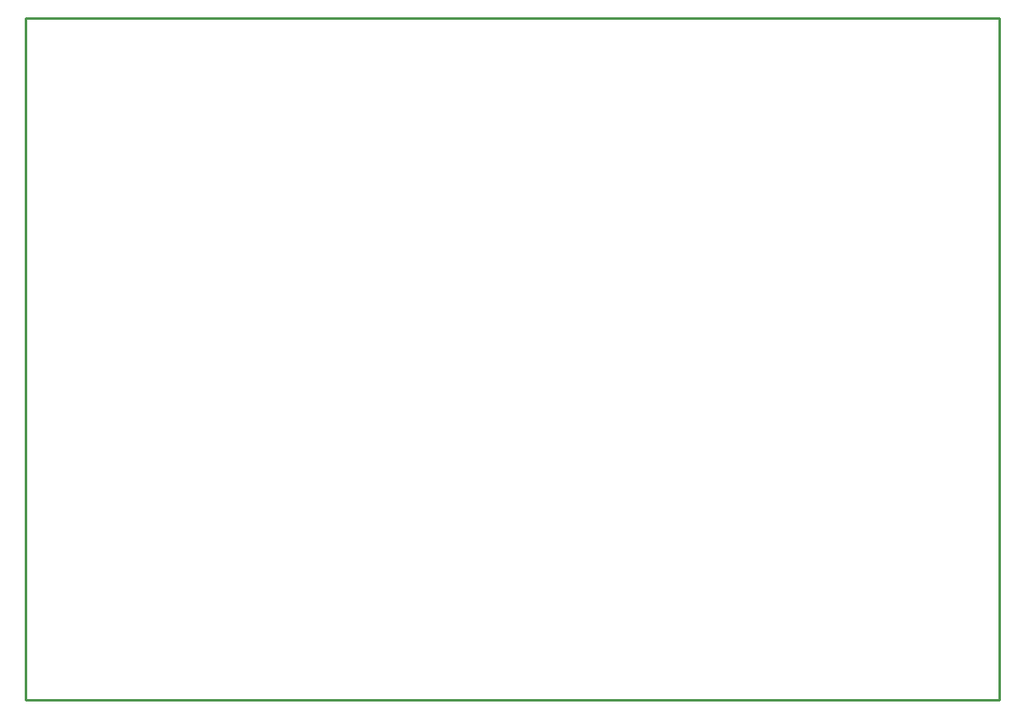
<source format=gm1>
%TF.GenerationSoftware,KiCad,Pcbnew,5.1.7-a382d34a8~87~ubuntu20.04.1*%
%TF.CreationDate,2020-10-19T23:47:47+03:00*%
%TF.ProjectId,E3_Pcb,45335f50-6362-42e6-9b69-6361645f7063,rev?*%
%TF.SameCoordinates,Original*%
%TF.FileFunction,Profile,NP*%
%FSLAX46Y46*%
G04 Gerber Fmt 4.6, Leading zero omitted, Abs format (unit mm)*
G04 Created by KiCad (PCBNEW 5.1.7-a382d34a8~87~ubuntu20.04.1) date 2020-10-19 23:47:47*
%MOMM*%
%LPD*%
G01*
G04 APERTURE LIST*
%TA.AperFunction,Profile*%
%ADD10C,0.254000*%
%TD*%
G04 APERTURE END LIST*
D10*
X107315000Y-28448000D02*
X207264000Y-28448000D01*
X207264000Y-28448000D02*
X207264000Y-98552000D01*
X207264000Y-98552000D02*
X107315000Y-98552000D01*
X107315000Y-98552000D02*
X107315000Y-28448000D01*
M02*

</source>
